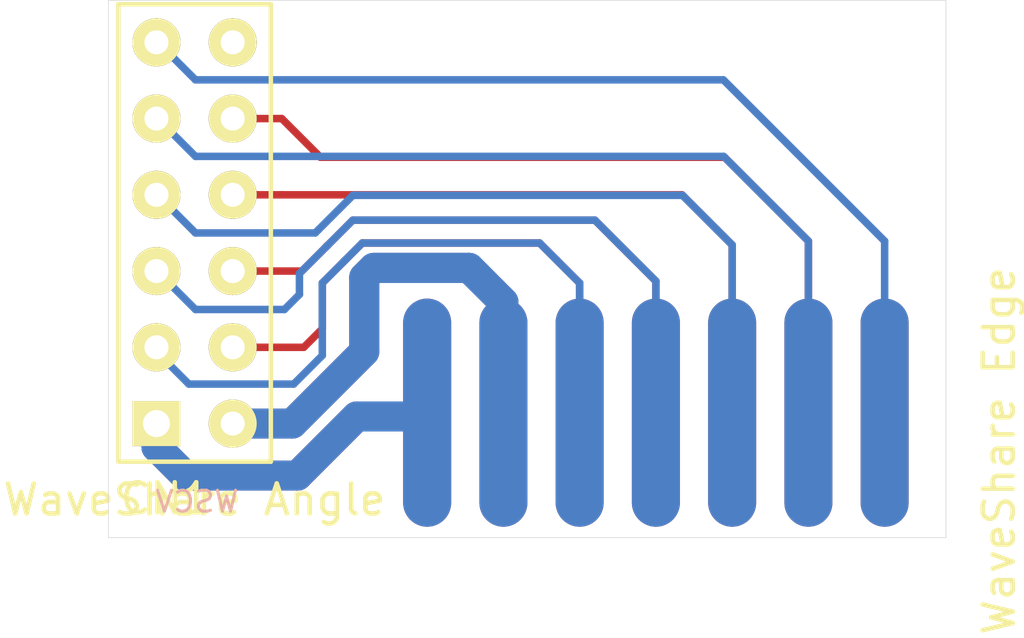
<source format=kicad_pcb>
(kicad_pcb (version 4) (host pcbnew 4.0.1-stable)

  (general
    (links 13)
    (no_connects 0)
    (area 142.089999 91.789999 170.010001 109.710001)
    (thickness 1.6)
    (drawings 5)
    (tracks 123)
    (zones 0)
    (modules 2)
    (nets 14)
  )

  (page USLetter)
  (layers
    (0 F.Cu signal)
    (31 B.Cu signal)
    (32 B.Adhes user)
    (33 F.Adhes user)
    (34 B.Paste user)
    (35 F.Paste user)
    (36 B.SilkS user)
    (37 F.SilkS user)
    (38 B.Mask user)
    (39 F.Mask user)
    (40 Dwgs.User user)
    (41 Cmts.User user)
    (42 Eco1.User user)
    (43 Eco2.User user)
    (44 Edge.Cuts user)
  )

  (setup
    (last_trace_width 1)
    (user_trace_width 0.4)
    (user_trace_width 1)
    (trace_clearance 0.205)
    (zone_clearance 0.508)
    (zone_45_only no)
    (trace_min 0.25)
    (segment_width 0.2)
    (edge_width 0.02)
    (via_size 0.889)
    (via_drill 0.635)
    (via_min_size 0.889)
    (via_min_drill 0.508)
    (user_via 1.397 0.813)
    (uvia_size 0.508)
    (uvia_drill 0.127)
    (uvias_allowed no)
    (uvia_min_size 0.508)
    (uvia_min_drill 0.127)
    (pcb_text_width 0.3)
    (pcb_text_size 1.5 1.5)
    (mod_edge_width 0.15)
    (mod_text_size 1 1)
    (mod_text_width 0.15)
    (pad_size 1.5 1.5)
    (pad_drill 0.6)
    (pad_to_mask_clearance 0)
    (aux_axis_origin 142.1 91.8)
    (visible_elements 7FFFFFFF)
    (pcbplotparams
      (layerselection 0x010f0_80000001)
      (usegerberextensions true)
      (excludeedgelayer true)
      (linewidth 0.100000)
      (plotframeref false)
      (viasonmask true)
      (mode 1)
      (useauxorigin true)
      (hpglpennumber 1)
      (hpglpenspeed 20)
      (hpglpendiameter 15)
      (hpglpenoverlay 2)
      (psnegative false)
      (psa4output false)
      (plotreference true)
      (plotvalue false)
      (plotinvisibletext false)
      (padsonsilk false)
      (subtractmaskfromsilk false)
      (outputformat 1)
      (mirror false)
      (drillshape 0)
      (scaleselection 1)
      (outputdirectory gerber/))
  )

  (net 0 "")
  (net 1 "Net-(CN1-Pad1)")
  (net 2 "Net-(CN1-Pad2)")
  (net 3 "Net-(CN1-Pad3)")
  (net 4 "Net-(CN1-Pad4)")
  (net 5 "Net-(CN1-Pad5)")
  (net 6 "Net-(CN1-Pad6)")
  (net 7 "Net-(CN1-Pad7)")
  (net 8 "Net-(CN1-Pad8)")
  (net 9 "Net-(CN1-Pad9)")
  (net 10 "Net-(CN1-Pad10)")
  (net 11 "Net-(CN1-Pad11)")
  (net 12 "Net-(CN1-Pad12)")
  (net 13 "Net-(CN2-Pad13)")

  (net_class Default "This is the default net class."
    (clearance 0.205)
    (trace_width 0.25)
    (via_dia 0.889)
    (via_drill 0.635)
    (uvia_dia 0.508)
    (uvia_drill 0.127)
    (add_net "Net-(CN1-Pad1)")
    (add_net "Net-(CN1-Pad10)")
    (add_net "Net-(CN1-Pad11)")
    (add_net "Net-(CN1-Pad12)")
    (add_net "Net-(CN1-Pad2)")
    (add_net "Net-(CN1-Pad3)")
    (add_net "Net-(CN1-Pad4)")
    (add_net "Net-(CN1-Pad5)")
    (add_net "Net-(CN1-Pad6)")
    (add_net "Net-(CN1-Pad7)")
    (add_net "Net-(CN1-Pad8)")
    (add_net "Net-(CN1-Pad9)")
    (add_net "Net-(CN2-Pad13)")
  )

  (module HERMESLITE:WaveShareEdge (layer F.Cu) (tedit 5650DA2F) (tstamp 5650D5EB)
    (at 152.7175 105.537 90)
    (path /54473ED2)
    (fp_text reference CN2 (at 9.017 0 90) (layer F.SilkS) hide
      (effects (font (size 1 1) (thickness 0.15)))
    )
    (fp_text value "WaveShare Edge" (at -1.27 19.05 90) (layer F.SilkS)
      (effects (font (size 1 1) (thickness 0.15)))
    )
    (pad 1 smd oval (at 0 0 90) (size 7.6 1.6) (layers F.Cu F.Paste F.Mask)
      (net 1 "Net-(CN1-Pad1)"))
    (pad 3 smd oval (at 0 2.54 90) (size 7.6 1.6) (layers F.Cu F.Paste F.Mask)
      (net 2 "Net-(CN1-Pad2)"))
    (pad 5 smd oval (at 0 5.08 90) (size 7.6 1.6) (layers F.Cu F.Paste F.Mask)
      (net 4 "Net-(CN1-Pad4)"))
    (pad 7 smd oval (at 0 7.62 90) (size 7.6 1.6) (layers F.Cu F.Paste F.Mask)
      (net 6 "Net-(CN1-Pad6)"))
    (pad 9 smd oval (at 0 10.16 90) (size 7.6 1.6) (layers F.Cu F.Paste F.Mask)
      (net 8 "Net-(CN1-Pad8)"))
    (pad 11 smd oval (at 0 12.7 90) (size 7.6 1.6) (layers F.Cu F.Paste F.Mask)
      (net 10 "Net-(CN1-Pad10)"))
    (pad 13 smd oval (at 0 15.24 90) (size 7.6 1.6) (layers F.Cu F.Paste F.Mask)
      (net 13 "Net-(CN2-Pad13)"))
    (pad 2 smd oval (at 0 0 90) (size 7.6 1.6) (layers B.Cu B.Paste B.Mask)
      (net 1 "Net-(CN1-Pad1)"))
    (pad 4 smd oval (at 0 2.54 90) (size 7.6 1.6) (layers B.Cu B.Paste B.Mask)
      (net 2 "Net-(CN1-Pad2)"))
    (pad 6 smd oval (at 0 5.08 90) (size 7.6 1.6) (layers B.Cu B.Paste B.Mask)
      (net 3 "Net-(CN1-Pad3)"))
    (pad 8 smd oval (at 0 7.62 90) (size 7.6 1.6) (layers B.Cu B.Paste B.Mask)
      (net 5 "Net-(CN1-Pad5)"))
    (pad 10 smd oval (at 0 10.16 90) (size 7.6 1.6) (layers B.Cu B.Paste B.Mask)
      (net 7 "Net-(CN1-Pad7)"))
    (pad 12 smd oval (at 0 12.7 90) (size 7.6 1.6) (layers B.Cu B.Paste B.Mask)
      (net 9 "Net-(CN1-Pad9)"))
    (pad 14 smd oval (at 0 15.24 90) (size 7.6 1.6) (layers B.Cu B.Paste B.Mask)
      (net 11 "Net-(CN1-Pad11)"))
  )

  (module HERMESLITE:WaveShareRA (layer F.Cu) (tedit 544894A0) (tstamp 54474914)
    (at 143.7 105.9)
    (path /54473DA8)
    (fp_text reference CN1 (at 0.3 2.5) (layer F.SilkS)
      (effects (font (size 1 1) (thickness 0.15)))
    )
    (fp_text value "WaveShare Angle" (at 1.27 2.54) (layer F.SilkS)
      (effects (font (size 1 1) (thickness 0.15)))
    )
    (fp_line (start -1.27 -13.97) (end -1.27 1.27) (layer F.SilkS) (width 0.15))
    (fp_line (start -1.27 1.27) (end 3.81 1.27) (layer F.SilkS) (width 0.15))
    (fp_line (start 3.81 1.27) (end 3.81 -13.97) (layer F.SilkS) (width 0.15))
    (fp_line (start 3.81 -13.97) (end -1.27 -13.97) (layer F.SilkS) (width 0.15))
    (pad 1 thru_hole rect (at 0 0) (size 1.6 1.5) (drill 0.9) (layers *.Cu *.Mask F.SilkS)
      (net 1 "Net-(CN1-Pad1)"))
    (pad 2 thru_hole circle (at 2.54 0) (size 1.6 1.6) (drill 0.8) (layers *.Cu *.Mask F.SilkS)
      (net 2 "Net-(CN1-Pad2)"))
    (pad 3 thru_hole circle (at 0 -2.54) (size 1.6 1.6) (drill 0.8) (layers *.Cu *.Mask F.SilkS)
      (net 3 "Net-(CN1-Pad3)"))
    (pad 4 thru_hole circle (at 2.54 -2.54) (size 1.6 1.6) (drill 0.8) (layers *.Cu *.Mask F.SilkS)
      (net 4 "Net-(CN1-Pad4)"))
    (pad 5 thru_hole circle (at 0 -5.08) (size 1.6 1.6) (drill 0.8) (layers *.Cu *.Mask F.SilkS)
      (net 5 "Net-(CN1-Pad5)"))
    (pad 6 thru_hole circle (at 2.54 -5.08) (size 1.6 1.6) (drill 0.8) (layers *.Cu *.Mask F.SilkS)
      (net 6 "Net-(CN1-Pad6)"))
    (pad 7 thru_hole circle (at 0 -7.62) (size 1.6 1.6) (drill 0.8) (layers *.Cu *.Mask F.SilkS)
      (net 7 "Net-(CN1-Pad7)"))
    (pad 8 thru_hole circle (at 2.54 -7.62) (size 1.6 1.6) (drill 0.8) (layers *.Cu *.Mask F.SilkS)
      (net 8 "Net-(CN1-Pad8)"))
    (pad 9 thru_hole circle (at 0 -10.16) (size 1.6 1.6) (drill 0.8) (layers *.Cu *.Mask F.SilkS)
      (net 9 "Net-(CN1-Pad9)"))
    (pad 10 thru_hole circle (at 2.54 -10.16) (size 1.6 1.6) (drill 0.8) (layers *.Cu *.Mask F.SilkS)
      (net 10 "Net-(CN1-Pad10)"))
    (pad 11 thru_hole circle (at 0 -12.7) (size 1.6 1.6) (drill 0.8) (layers *.Cu *.Mask F.SilkS)
      (net 11 "Net-(CN1-Pad11)"))
    (pad 12 thru_hole circle (at 2.54 -12.7) (size 1.6 1.6) (drill 0.8) (layers *.Cu *.Mask F.SilkS)
      (net 12 "Net-(CN1-Pad12)"))
  )

  (gr_text WSCV (at 145.05 108.5) (layer B.SilkS)
    (effects (font (size 0.7 0.7) (thickness 0.1)) (justify mirror))
  )
  (gr_line (start 142.1 109.7) (end 142.1 91.8) (angle 90) (layer Edge.Cuts) (width 0.02))
  (gr_line (start 170 91.8) (end 142.1 91.8) (angle 90) (layer Edge.Cuts) (width 0.02))
  (gr_line (start 170 109.7) (end 170 91.8) (angle 90) (layer Edge.Cuts) (width 0.02))
  (gr_line (start 142.1 109.7) (end 170 109.7) (angle 90) (layer Edge.Cuts) (width 0.02))

  (segment (start 152.5905 105.664) (end 150.368 105.664) (width 1) (layer B.Cu) (net 1))
  (segment (start 143.7 106.6795) (end 144.653 107.6325) (width 1) (layer B.Cu) (net 1) (tstamp 569912E1))
  (segment (start 144.653 107.6325) (end 148.3995 107.6325) (width 1) (layer B.Cu) (net 1) (tstamp 569912E5))
  (segment (start 148.3995 107.6325) (end 150.368 105.664) (width 1) (layer B.Cu) (net 1) (tstamp 569912E7))
  (segment (start 143.7 106.6795) (end 143.7 105.9) (width 1) (layer B.Cu) (net 1))
  (segment (start 152.5905 105.664) (end 152.7175 105.537) (width 1) (layer B.Cu) (net 1) (tstamp 5699131C))
  (segment (start 152.5905 105.664) (end 152.7175 105.537) (width 0.4) (layer B.Cu) (net 1) (tstamp 569912EB))
  (segment (start 150.368 105.664) (end 148.3995 107.6325) (width 1) (layer F.Cu) (net 1))
  (segment (start 144.653 107.6325) (end 148.3995 107.6325) (width 1) (layer F.Cu) (net 1) (tstamp 56953D35))
  (segment (start 143.7 106.6795) (end 144.653 107.6325) (width 1) (layer F.Cu) (net 1) (tstamp 56953D33))
  (segment (start 143.7 106.6795) (end 143.7 105.9) (width 1) (layer F.Cu) (net 1))
  (segment (start 150.368 105.664) (end 152.5905 105.664) (width 1) (layer F.Cu) (net 1))
  (segment (start 152.5905 105.664) (end 152.7175 105.537) (width 0.4) (layer F.Cu) (net 1) (tstamp 569910D8))
  (segment (start 150.368 105.664) (end 150.5585 105.664) (width 0.25) (layer F.Cu) (net 1) (tstamp 56953D39))
  (segment (start 146.24 105.9) (end 148.227 105.9) (width 1) (layer F.Cu) (net 2))
  (segment (start 154.119002 100.715502) (end 155.2575 101.854) (width 1) (layer F.Cu) (net 2) (tstamp 56991609))
  (segment (start 150.934998 100.715502) (end 154.119002 100.715502) (width 1) (layer F.Cu) (net 2) (tstamp 56991607))
  (segment (start 150.622 101.0285) (end 150.934998 100.715502) (width 1) (layer F.Cu) (net 2) (tstamp 56991604))
  (segment (start 150.622 103.505) (end 150.622 101.0285) (width 1) (layer F.Cu) (net 2) (tstamp 56991601))
  (segment (start 148.227 105.9) (end 150.622 103.505) (width 1) (layer F.Cu) (net 2) (tstamp 569915FC))
  (segment (start 155.2575 101.854) (end 155.2575 105.537) (width 1) (layer F.Cu) (net 2) (tstamp 5699160D))
  (segment (start 150.241 103.886) (end 150.622 103.505) (width 1) (layer B.Cu) (net 2))
  (segment (start 146.24 105.9) (end 148.227 105.9) (width 1) (layer B.Cu) (net 2))
  (segment (start 148.227 105.9) (end 150.241 103.886) (width 1) (layer B.Cu) (net 2) (tstamp 5699135C))
  (segment (start 150.622 101.0285) (end 150.934998 100.715502) (width 1) (layer B.Cu) (net 2) (tstamp 569915EF))
  (segment (start 150.622 103.505) (end 150.622 101.0285) (width 1) (layer B.Cu) (net 2) (tstamp 569915EB))
  (segment (start 155.2575 105.537) (end 155.2575 101.854) (width 1) (layer B.Cu) (net 2))
  (segment (start 155.2575 101.854) (end 154.119002 100.715502) (width 1) (layer B.Cu) (net 2) (tstamp 569914FD))
  (segment (start 154.119002 100.715502) (end 150.934998 100.715502) (width 1) (layer B.Cu) (net 2) (tstamp 56991501))
  (segment (start 150.934998 100.715502) (end 154.119002 100.715502) (width 1) (layer B.Cu) (net 2) (tstamp 569914CB))
  (segment (start 154.119002 100.715502) (end 154.4955 101.092) (width 1) (layer B.Cu) (net 2) (tstamp 569914CF))
  (segment (start 154.4955 101.092) (end 154.119002 100.715502) (width 1) (layer B.Cu) (net 2))
  (segment (start 154.119002 100.715502) (end 150.934998 100.715502) (width 1) (layer B.Cu) (net 2) (tstamp 569914B6))
  (segment (start 150.934998 100.715502) (end 154.119002 100.715502) (width 1) (layer B.Cu) (net 2) (tstamp 569914AA))
  (segment (start 155.2575 101.854) (end 154.4955 101.092) (width 1) (layer B.Cu) (net 2) (tstamp 569912D8))
  (segment (start 154.119002 100.715502) (end 154.4955 101.092) (width 1) (layer B.Cu) (net 2) (tstamp 569914A0))
  (segment (start 150.934998 100.715502) (end 154.119002 100.715502) (width 1) (layer B.Cu) (net 2) (tstamp 5699149A))
  (segment (start 155.0035 105.283) (end 155.2575 105.537) (width 0.25) (layer B.Cu) (net 2) (tstamp 5699119B))
  (segment (start 149.9235 100.5205) (end 150.5585 99.8855) (width 0.25) (layer B.Cu) (net 3))
  (segment (start 157.0355 100.457) (end 157.7975 101.219) (width 0.25) (layer B.Cu) (net 3) (tstamp 569911DE))
  (segment (start 157.7975 101.219) (end 157.7975 105.537) (width 0.25) (layer B.Cu) (net 3) (tstamp 569911E1))
  (segment (start 156.464 99.8855) (end 157.0355 100.457) (width 0.25) (layer B.Cu) (net 3) (tstamp 56991447))
  (segment (start 150.5585 99.8855) (end 156.464 99.8855) (width 0.25) (layer B.Cu) (net 3) (tstamp 56991446))
  (segment (start 143.7 103.36) (end 143.7 103.5045) (width 0.25) (layer B.Cu) (net 3))
  (segment (start 143.7 103.5045) (end 144.78 104.5845) (width 0.25) (layer B.Cu) (net 3) (tstamp 569911C6))
  (segment (start 149.225 101.219) (end 149.9235 100.5205) (width 0.25) (layer B.Cu) (net 3) (tstamp 569911D4))
  (segment (start 149.9235 100.5205) (end 149.987 100.457) (width 0.25) (layer B.Cu) (net 3) (tstamp 56991444))
  (segment (start 149.225 103.632) (end 149.225 101.219) (width 0.25) (layer B.Cu) (net 3) (tstamp 569911D2))
  (segment (start 148.2725 104.5845) (end 149.225 103.632) (width 0.25) (layer B.Cu) (net 3) (tstamp 569911D1))
  (segment (start 144.78 104.5845) (end 148.2725 104.5845) (width 0.25) (layer B.Cu) (net 3) (tstamp 569911C9))
  (segment (start 143.7 103.36) (end 143.71 103.36) (width 0.25) (layer B.Cu) (net 3))
  (segment (start 149.95525 100.48875) (end 150.5585 99.8855) (width 0.25) (layer F.Cu) (net 4))
  (segment (start 157.0355 100.457) (end 157.7975 101.219) (width 0.25) (layer F.Cu) (net 4) (tstamp 5699124D))
  (segment (start 157.7975 101.219) (end 157.7975 105.537) (width 0.25) (layer F.Cu) (net 4) (tstamp 56991250))
  (segment (start 156.464 99.8855) (end 157.0355 100.457) (width 0.25) (layer F.Cu) (net 4) (tstamp 5699143B))
  (segment (start 150.5585 99.8855) (end 156.464 99.8855) (width 0.25) (layer F.Cu) (net 4) (tstamp 56991439))
  (segment (start 146.24 103.36) (end 148.608 103.36) (width 0.25) (layer F.Cu) (net 4))
  (segment (start 149.225 101.219) (end 149.95525 100.48875) (width 0.25) (layer F.Cu) (net 4) (tstamp 56991245))
  (segment (start 149.95525 100.48875) (end 149.987 100.457) (width 0.25) (layer F.Cu) (net 4) (tstamp 56991437))
  (segment (start 149.225 102.743) (end 149.225 101.219) (width 0.25) (layer F.Cu) (net 4) (tstamp 56991241))
  (segment (start 148.608 103.36) (end 149.225 102.743) (width 0.25) (layer F.Cu) (net 4) (tstamp 5699123D))
  (segment (start 149.352 100.0125) (end 150.241 99.1235) (width 0.25) (layer B.Cu) (net 5))
  (segment (start 159.131 99.949) (end 160.3375 101.1555) (width 0.25) (layer B.Cu) (net 5) (tstamp 569911F9))
  (segment (start 160.3375 101.1555) (end 160.3375 105.537) (width 0.25) (layer B.Cu) (net 5) (tstamp 569911FC))
  (segment (start 158.3055 99.1235) (end 159.131 99.949) (width 0.25) (layer B.Cu) (net 5) (tstamp 5699141A))
  (segment (start 150.241 99.1235) (end 158.3055 99.1235) (width 0.25) (layer B.Cu) (net 5) (tstamp 56991417))
  (segment (start 147.447 102.1) (end 147.963 102.1) (width 0.25) (layer B.Cu) (net 5))
  (segment (start 148.463 100.9015) (end 149.352 100.0125) (width 0.25) (layer B.Cu) (net 5) (tstamp 569911F4))
  (segment (start 149.352 100.0125) (end 149.4155 99.949) (width 0.25) (layer B.Cu) (net 5) (tstamp 56991415))
  (segment (start 148.463 101.6) (end 148.463 100.9015) (width 0.25) (layer B.Cu) (net 5) (tstamp 569911F2))
  (segment (start 147.963 102.1) (end 148.463 101.6) (width 0.25) (layer B.Cu) (net 5) (tstamp 569911EE))
  (segment (start 143.7 100.82) (end 143.72 100.82) (width 0.25) (layer B.Cu) (net 5))
  (segment (start 143.72 100.82) (end 145 102.1) (width 0.25) (layer B.Cu) (net 5) (tstamp 54474AB8))
  (segment (start 145 102.1) (end 147.447 102.1) (width 0.25) (layer B.Cu) (net 5) (tstamp 54474AC2))
  (segment (start 147.447 102.1) (end 147.5 102.1) (width 0.25) (layer B.Cu) (net 5) (tstamp 5650D81E))
  (segment (start 149.352 100.0125) (end 150.241 99.1235) (width 0.25) (layer F.Cu) (net 6))
  (segment (start 159.131 99.949) (end 160.3375 101.1555) (width 0.25) (layer F.Cu) (net 6) (tstamp 56991264))
  (segment (start 160.3375 101.1555) (end 160.3375 105.537) (width 0.25) (layer F.Cu) (net 6) (tstamp 56991269))
  (segment (start 158.3055 99.1235) (end 159.131 99.949) (width 0.25) (layer F.Cu) (net 6) (tstamp 56991428))
  (segment (start 150.241 99.1235) (end 158.3055 99.1235) (width 0.25) (layer F.Cu) (net 6) (tstamp 56991427))
  (segment (start 146.24 100.82) (end 148.5445 100.82) (width 0.25) (layer F.Cu) (net 6))
  (segment (start 148.5445 100.82) (end 149.352 100.0125) (width 0.25) (layer F.Cu) (net 6) (tstamp 5699125B))
  (segment (start 149.352 100.0125) (end 149.4155 99.949) (width 0.25) (layer F.Cu) (net 6) (tstamp 56991425))
  (segment (start 162.3695 99.441) (end 161.544 98.6155) (width 0.25) (layer B.Cu) (net 7))
  (segment (start 162.8775 105.537) (end 162.8775 99.949) (width 0.25) (layer B.Cu) (net 7) (tstamp 56991209))
  (segment (start 162.3695 99.441) (end 162.8775 99.949) (width 0.25) (layer B.Cu) (net 7) (tstamp 56991208))
  (segment (start 161.544 98.6155) (end 161.2265 98.298) (width 0.25) (layer B.Cu) (net 7) (tstamp 569913E9))
  (segment (start 161.2265 98.298) (end 161.29 98.3615) (width 0.25) (layer B.Cu) (net 7) (tstamp 569913EC))
  (segment (start 161.29 98.3615) (end 161.2265 98.298) (width 0.25) (layer B.Cu) (net 7) (tstamp 569913F0))
  (segment (start 161.2265 98.298) (end 150.241 98.298) (width 0.25) (layer B.Cu) (net 7) (tstamp 569913F9))
  (segment (start 149.098 99.441) (end 150.241 98.298) (width 0.25) (layer B.Cu) (net 7))
  (segment (start 148.989 99.55) (end 149.098 99.441) (width 0.25) (layer B.Cu) (net 7) (tstamp 56991200))
  (segment (start 148.989 99.55) (end 147.447 99.55) (width 0.25) (layer B.Cu) (net 7))
  (segment (start 143.7 98.28) (end 143.73 98.28) (width 0.25) (layer B.Cu) (net 7))
  (segment (start 143.73 98.28) (end 145 99.55) (width 0.25) (layer B.Cu) (net 7) (tstamp 54474AD9))
  (segment (start 145 99.55) (end 147.447 99.55) (width 0.25) (layer B.Cu) (net 7) (tstamp 54474AE6))
  (segment (start 147.447 99.55) (end 147.5 99.55) (width 0.25) (layer B.Cu) (net 7) (tstamp 5650D85A))
  (segment (start 147.8915 98.28) (end 161.2085 98.28) (width 0.25) (layer F.Cu) (net 8))
  (segment (start 162.3695 99.441) (end 162.8775 99.949) (width 0.25) (layer F.Cu) (net 8) (tstamp 5699127A))
  (segment (start 162.8775 99.949) (end 162.8775 105.537) (width 0.25) (layer F.Cu) (net 8) (tstamp 56991281))
  (segment (start 161.2085 98.28) (end 162.3695 99.441) (width 0.25) (layer F.Cu) (net 8) (tstamp 569913A1))
  (segment (start 146.24 98.28) (end 147.8915 98.28) (width 0.25) (layer F.Cu) (net 8))
  (segment (start 147.447 97) (end 162.5955 97) (width 0.25) (layer B.Cu) (net 9))
  (segment (start 165.4175 99.822) (end 165.4175 105.537) (width 0.25) (layer B.Cu) (net 9) (tstamp 5699121D))
  (segment (start 162.5955 97) (end 165.4175 99.822) (width 0.25) (layer B.Cu) (net 9) (tstamp 56991217))
  (segment (start 143.7 95.74) (end 143.74 95.74) (width 0.25) (layer B.Cu) (net 9))
  (segment (start 143.74 95.74) (end 145 97) (width 0.25) (layer B.Cu) (net 9) (tstamp 54474AFE))
  (segment (start 145 97) (end 147.447 97) (width 0.25) (layer B.Cu) (net 9) (tstamp 54474B0A))
  (segment (start 147.447 97) (end 147.5 97) (width 0.25) (layer B.Cu) (net 9) (tstamp 5650D899))
  (segment (start 149.987 97.028) (end 162.6235 97.028) (width 0.25) (layer F.Cu) (net 10))
  (segment (start 165.4175 99.822) (end 165.4175 105.537) (width 0.25) (layer F.Cu) (net 10) (tstamp 56991294))
  (segment (start 162.6235 97.028) (end 165.4175 99.822) (width 0.25) (layer F.Cu) (net 10) (tstamp 56991292))
  (segment (start 146.24 95.74) (end 147.8735 95.74) (width 0.25) (layer F.Cu) (net 10))
  (segment (start 149.1615 97.028) (end 149.987 97.028) (width 0.25) (layer F.Cu) (net 10) (tstamp 5699128A))
  (segment (start 149.987 97.028) (end 150.0505 97.028) (width 0.25) (layer F.Cu) (net 10) (tstamp 56991290))
  (segment (start 147.8735 95.74) (end 149.1615 97.028) (width 0.25) (layer F.Cu) (net 10) (tstamp 56991288))
  (segment (start 147.447 94.45) (end 162.5855 94.45) (width 0.25) (layer B.Cu) (net 11))
  (segment (start 167.9575 99.822) (end 167.9575 105.537) (width 0.25) (layer B.Cu) (net 11) (tstamp 56991224))
  (segment (start 162.5855 94.45) (end 167.9575 99.822) (width 0.25) (layer B.Cu) (net 11) (tstamp 56991221))
  (segment (start 143.7 93.2) (end 143.75 93.2) (width 0.25) (layer B.Cu) (net 11))
  (segment (start 143.75 93.2) (end 145 94.45) (width 0.25) (layer B.Cu) (net 11) (tstamp 54474B4B))
  (segment (start 145 94.45) (end 147.447 94.45) (width 0.25) (layer B.Cu) (net 11) (tstamp 54474B54))
  (segment (start 147.447 94.45) (end 147.5 94.45) (width 0.25) (layer B.Cu) (net 11) (tstamp 5650D8D9))

)

</source>
